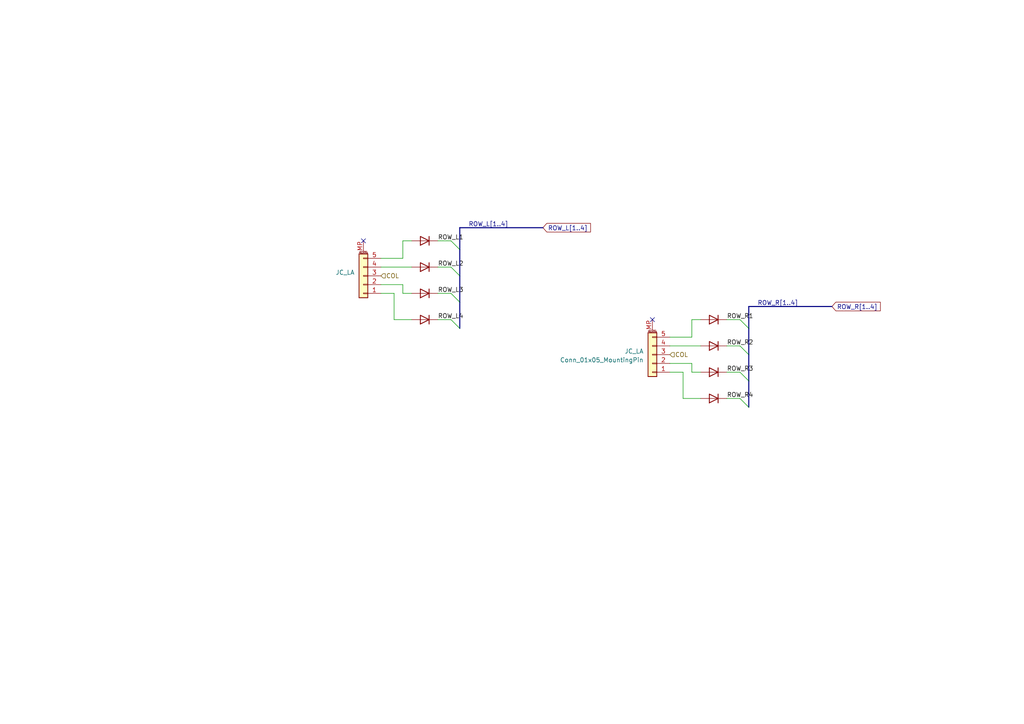
<source format=kicad_sch>
(kicad_sch (version 20230121) (generator eeschema)
  (paper "A4")
  (lib_symbols
    (symbol "Connector_Generic_MountingPin:Conn_01x05_MountingPin" (pin_names (offset 1.016) hide)
      (property "Reference" "J" (at 0 7.62 0))
      (property "Value" "Conn_01x05_MountingPin" (at 1.27 -7.62 0))
      (symbol "Conn_01x05_MountingPin_1_1"
        (rectangle (start -1.27 -4.953) (end 0 -5.207) (stroke (width 0.1524)))
        (rectangle (start -1.27 -2.413) (end 0 -2.667) (stroke (width 0.1524)))
        (rectangle (start -1.27 0.127) (end 0 -0.127) (stroke (width 0.1524)))
        (rectangle (start -1.27 2.667) (end 0 2.413) (stroke (width 0.1524)))
        (rectangle (start -1.27 5.207) (end 0 4.953) (stroke (width 0.1524)))
        (rectangle (start -1.27 6.35) (end 1.27 -6.35) (stroke (width 0.254)) (fill (type background)))
        (polyline (pts (xy -1.016 -7.112) (xy 1.016 -7.112)) (stroke (width 0.1524)))
        (text "Mounting" (at 0 -6.731 0) (effects (font (size 0.381 0.381))))
        (pin passive line (at -5.08 5.08 0) (length 3.81) (name "Pin_1") (number "1"))
        (pin passive line (at -5.08 2.54 0) (length 3.81) (name "Pin_2") (number "2"))
        (pin passive line (at -5.08 0 0) (length 3.81) (name "Pin_3") (number "3"))
        (pin passive line (at -5.08 -2.54 0) (length 3.81) (name "Pin_4") (number "4"))
        (pin passive line (at -5.08 -5.08 0) (length 3.81) (name "Pin_5") (number "5"))
        (pin passive line (at 0 -10.16 90) (length 3.048) (name "MountPin") (number "MP"))
      )
    )
    (symbol "Diode:1N4148W" (pin_numbers hide) (pin_names hide)
      (property "Reference" "D" (at 0 2.54 0))
      (property "Value" "1N4148W" (at 0 -2.54 0))
      (symbol "1N4148W_0_1"
        (polyline (pts (xy -1.27 1.27) (xy -1.27 -1.27)) (stroke (width 0.254)))
        (polyline (pts (xy 1.27 0) (xy -1.27 0)))
        (polyline (pts (xy 1.27 1.27) (xy 1.27 -1.27) (xy -1.27 0) (xy 1.27 1.27)) (stroke (width 0.254)))
      )
      (symbol "1N4148W_1_1"
        (pin passive line (at -3.81 0 0) (length 2.54) (name "K") (number "1"))
        (pin passive line (at 3.81 0 180) (length 2.54) (name "A") (number "2"))
      )
    )
  )
  (no_connect (at 189.23 92.71))
  (no_connect (at 105.41 69.85))
  (bus_entry (at 214.63 107.95) (size 2.54 2.54))
  (bus_entry (at 214.63 115.57) (size 2.54 2.54))
  (bus_entry (at 130.81 69.85) (size 2.54 2.54))
  (bus_entry (at 214.63 92.71) (size 2.54 2.54))
  (bus_entry (at 214.63 100.33) (size 2.54 2.54))
  (bus_entry (at 130.81 77.47) (size 2.54 2.54))
  (bus_entry (at 130.81 85.09) (size 2.54 2.54))
  (bus_entry (at 130.81 92.71) (size 2.54 2.54))
  (wire (pts (xy 110.49 74.93) (xy 116.84 74.93)))
  (wire (pts (xy 198.12 115.57) (xy 203.2 115.57)))
  (bus (pts (xy 133.35 66.04) (xy 157.48 66.04)))
  (wire (pts (xy 210.82 100.33) (xy 214.63 100.33)))
  (wire (pts (xy 194.31 100.33) (xy 203.2 100.33)))
  (wire (pts (xy 194.31 107.95) (xy 198.12 107.95)))
  (wire (pts (xy 210.82 115.57) (xy 214.63 115.57)))
  (wire (pts (xy 127 77.47) (xy 130.81 77.47)))
  (wire (pts (xy 116.84 74.93) (xy 116.84 69.85)))
  (wire (pts (xy 194.31 97.79) (xy 200.66 97.79)))
  (bus (pts (xy 217.17 110.49) (xy 217.17 118.11)))
  (wire (pts (xy 114.3 92.71) (xy 119.38 92.71)))
  (wire (pts (xy 198.12 107.95) (xy 198.12 115.57)))
  (bus (pts (xy 133.35 66.04) (xy 133.35 72.39)))
  (wire (pts (xy 127 92.71) (xy 130.81 92.71)))
  (wire (pts (xy 210.82 107.95) (xy 214.63 107.95)))
  (wire (pts (xy 210.82 92.71) (xy 214.63 92.71)))
  (wire (pts (xy 116.84 85.09) (xy 119.38 85.09)))
  (wire (pts (xy 116.84 69.85) (xy 119.38 69.85)))
  (wire (pts (xy 194.31 105.41) (xy 200.66 105.41)))
  (wire (pts (xy 200.66 92.71) (xy 203.2 92.71)))
  (wire (pts (xy 200.66 97.79) (xy 200.66 92.71)))
  (wire (pts (xy 116.84 82.55) (xy 116.84 85.09)))
  (wire (pts (xy 110.49 82.55) (xy 116.84 82.55)))
  (wire (pts (xy 200.66 105.41) (xy 200.66 107.95)))
  (bus (pts (xy 217.17 95.25) (xy 217.17 102.87)))
  (wire (pts (xy 127 85.09) (xy 130.81 85.09)))
  (bus (pts (xy 133.35 80.01) (xy 133.35 87.63)))
  (bus (pts (xy 133.35 87.63) (xy 133.35 95.25)))
  (bus (pts (xy 217.17 88.9) (xy 217.17 95.25)))
  (wire (pts (xy 114.3 85.09) (xy 114.3 92.71)))
  (bus (pts (xy 217.17 102.87) (xy 217.17 110.49)))
  (wire (pts (xy 127 69.85) (xy 130.81 69.85)))
  (wire (pts (xy 110.49 77.47) (xy 119.38 77.47)))
  (bus (pts (xy 217.17 88.9) (xy 241.3 88.9)))
  (wire (pts (xy 200.66 107.95) (xy 203.2 107.95)))
  (wire (pts (xy 110.49 85.09) (xy 114.3 85.09)))
  (bus (pts (xy 133.35 72.39) (xy 133.35 80.01)))
  (label "ROW_L[1..4]" (at 135.89 66.04 0))
  (label "ROW_R4" (at 210.82 115.57 0))
  (label "ROW_L2" (at 127 77.47 0))
  (label "ROW_R2" (at 210.82 100.33 0))
  (label "ROW_L3" (at 127 85.09 0))
  (label "ROW_R1" (at 210.82 92.71 0))
  (label "ROW_R3" (at 210.82 107.95 0))
  (label "ROW_L4" (at 127 92.71 0))
  (label "ROW_L1" (at 127 69.85 0))
  (label "ROW_R[1..4]" (at 219.71 88.9 0))
  (global_label "ROW_R[1..4]" (shape input) (at 241.3 88.9 0) (property "Intersheetrefs" "${INTERSHEET_REFS}" (effects hide)))
  (global_label "ROW_L[1..4]" (shape input) (at 157.48 66.04 0) (property "Intersheetrefs" "${INTERSHEET_REFS}" (effects hide)))
  (hierarchical_label "COL" (shape input) (at 194.31 102.87 0))
  (hierarchical_label "COL" (shape input) (at 110.49 80.01 0))
  (symbol (lib_id "Connector_Generic_MountingPin:Conn_01x05_MountingPin") (at 105.41 80.01 180) (unit 1)
    (property "Reference" "JC_LA" (at 102.87 79.0194 0) (effects (justify left)))
    (property "Value" "Conn_01x05_MountingPin" (effects hide))
    (property "Footprint" "Connector_FFC-FPC:TE_84952-5_1x05-1MP_P1.0mm_Horizontal" (effects hide))
    (instances (project "centerboard" (path "" (reference "JC_LA") (unit 1)) (path "" (reference "JC_L1") (unit 1)) (path "" (reference "JC_L2") (unit 1)) (path "" (reference "JC_L3") (unit 1)) (path "" (reference "JC_L4") (unit 1)) (path "" (reference "JC_L5") (unit 1)) (path "" (reference "JC_L6") (unit 1)) (path "" (reference "JC_L7") (unit 1))))
  )
  (symbol (lib_id "Diode:1N4148W") (at 207.01 115.57 180) (unit 1)
    (property "Reference" "D1" (effects hide))
    (property "Value" "1N4148W" (effects hide))
    (property "Footprint" "Diode_SMD:D_0805_2012Metric" (effects hide))
    (property "Datasheet" "https://www.vishay.com/docs/85748/1n4148w.pdf" (effects hide))
    (property "Sim.Device" "D" (effects hide))
    (property "Sim.Pins" "1=K 2=A" (effects hide))
    (instances (project "centerboard" (path "" (reference "D1") (unit 1)) (path "" (reference "D8") (unit 1)) (path "" (reference "D16") (unit 1)) (path "" (reference "D24") (unit 1)) (path "" (reference "D32") (unit 1)) (path "" (reference "D40") (unit 1)) (path "" (reference "D48") (unit 1)) (path "" (reference "D56") (unit 1))))
  )
  (symbol (lib_id "Diode:1N4148W") (at 123.19 92.71 180) (unit 1)
    (property "Reference" "D1" (effects hide))
    (property "Value" "1N4148W" (effects hide))
    (property "Footprint" "Diode_SMD:D_0805_2012Metric" (effects hide))
    (property "Datasheet" "https://www.vishay.com/docs/85748/1n4148w.pdf" (effects hide))
    (property "Sim.Device" "D" (effects hide))
    (property "Sim.Pins" "1=K 2=A" (effects hide))
    (instances (project "centerboard" (path "" (reference "D1") (unit 1)) (path "" (reference "D4") (unit 1)) (path "" (reference "D12") (unit 1)) (path "" (reference "D20") (unit 1)) (path "" (reference "D28") (unit 1)) (path "" (reference "D36") (unit 1)) (path "" (reference "D44") (unit 1)) (path "" (reference "D52") (unit 1))))
  )
  (symbol (lib_id "Diode:1N4148W") (at 207.01 100.33 180) (unit 1)
    (property "Reference" "D3" (effects hide))
    (property "Value" "1N4148W" (effects hide))
    (property "Footprint" "Diode_SMD:D_0805_2012Metric" (effects hide))
    (property "Datasheet" "https://www.vishay.com/docs/85748/1n4148w.pdf" (effects hide))
    (property "Sim.Device" "D" (effects hide))
    (property "Sim.Pins" "1=K 2=A" (effects hide))
    (instances (project "centerboard" (path "" (reference "D3") (unit 1)) (path "" (reference "D6") (unit 1)) (path "" (reference "D14") (unit 1)) (path "" (reference "D22") (unit 1)) (path "" (reference "D30") (unit 1)) (path "" (reference "D38") (unit 1)) (path "" (reference "D46") (unit 1)) (path "" (reference "D54") (unit 1))))
  )
  (symbol (lib_id "Diode:1N4148W") (at 123.19 69.85 180) (unit 1)
    (property "Reference" "D4" (effects hide))
    (property "Value" "1N4148W" (effects hide))
    (property "Footprint" "Diode_SMD:D_0805_2012Metric" (effects hide))
    (property "Datasheet" "https://www.vishay.com/docs/85748/1n4148w.pdf" (effects hide))
    (property "Sim.Device" "D" (effects hide))
    (property "Sim.Pins" "1=K 2=A" (effects hide))
    (instances (project "centerboard" (path "" (reference "D4") (unit 1)) (path "" (reference "D1") (unit 1)) (path "" (reference "D9") (unit 1)) (path "" (reference "D17") (unit 1)) (path "" (reference "D25") (unit 1)) (path "" (reference "D33") (unit 1)) (path "" (reference "D41") (unit 1)) (path "" (reference "D49") (unit 1))))
  )
  (symbol (lib_id "Diode:1N4148W") (at 123.19 77.47 180) (unit 1)
    (property "Reference" "D3" (effects hide))
    (property "Value" "1N4148W" (effects hide))
    (property "Footprint" "Diode_SMD:D_0805_2012Metric" (effects hide))
    (property "Datasheet" "https://www.vishay.com/docs/85748/1n4148w.pdf" (effects hide))
    (property "Sim.Device" "D" (effects hide))
    (property "Sim.Pins" "1=K 2=A" (effects hide))
    (instances (project "centerboard" (path "" (reference "D3") (unit 1)) (path "" (reference "D2") (unit 1)) (path "" (reference "D10") (unit 1)) (path "" (reference "D18") (unit 1)) (path "" (reference "D26") (unit 1)) (path "" (reference "D34") (unit 1)) (path "" (reference "D42") (unit 1)) (path "" (reference "D50") (unit 1))))
  )
  (symbol (lib_id "Connector_Generic_MountingPin:Conn_01x05_MountingPin") (at 189.23 102.87 180) (unit 1)
    (property "Reference" "JC_LA" (at 186.69 101.8794 0) (effects (justify left)))
    (property "Value" "Conn_01x05_MountingPin" (at 186.69 104.4194 0) (effects (justify left)))
    (property "Footprint" "Connector_FFC-FPC:TE_84952-5_1x05-1MP_P1.0mm_Horizontal" (effects hide))
    (instances (project "centerboard" (path "" (reference "JC_LA") (unit 1)) (path "" (reference "JC_R1") (unit 1)) (path "" (reference "JC_R2") (unit 1)) (path "" (reference "JC_R3") (unit 1)) (path "" (reference "JC_R4") (unit 1)) (path "" (reference "JC_R5") (unit 1)) (path "" (reference "JC_R6") (unit 1)) (path "" (reference "JC_R7") (unit 1))))
  )
  (symbol (lib_id "Diode:1N4148W") (at 207.01 107.95 180) (unit 1)
    (property "Reference" "D2" (effects hide))
    (property "Value" "1N4148W" (effects hide))
    (property "Footprint" "Diode_SMD:D_0805_2012Metric" (effects hide))
    (property "Datasheet" "https://www.vishay.com/docs/85748/1n4148w.pdf" (effects hide))
    (property "Sim.Device" "D" (effects hide))
    (property "Sim.Pins" "1=K 2=A" (effects hide))
    (instances (project "centerboard" (path "" (reference "D2") (unit 1)) (path "" (reference "D7") (unit 1)) (path "" (reference "D15") (unit 1)) (path "" (reference "D23") (unit 1)) (path "" (reference "D31") (unit 1)) (path "" (reference "D39") (unit 1)) (path "" (reference "D47") (unit 1)) (path "" (reference "D55") (unit 1))))
  )
  (symbol (lib_id "Diode:1N4148W") (at 123.19 85.09 180) (unit 1)
    (property "Reference" "D2" (effects hide))
    (property "Value" "1N4148W" (effects hide))
    (property "Footprint" "Diode_SMD:D_0805_2012Metric" (effects hide))
    (property "Datasheet" "https://www.vishay.com/docs/85748/1n4148w.pdf" (effects hide))
    (property "Sim.Device" "D" (effects hide))
    (property "Sim.Pins" "1=K 2=A" (effects hide))
    (instances (project "centerboard" (path "" (reference "D2") (unit 1)) (path "" (reference "D3") (unit 1)) (path "" (reference "D11") (unit 1)) (path "" (reference "D19") (unit 1)) (path "" (reference "D27") (unit 1)) (path "" (reference "D35") (unit 1)) (path "" (reference "D43") (unit 1)) (path "" (reference "D51") (unit 1))))
  )
  (symbol (lib_id "Diode:1N4148W") (at 207.01 92.71 180) (unit 1)
    (property "Reference" "D4" (effects hide))
    (property "Value" "1N4148W" (effects hide))
    (property "Footprint" "Diode_SMD:D_0805_2012Metric" (effects hide))
    (property "Datasheet" "https://www.vishay.com/docs/85748/1n4148w.pdf" (effects hide))
    (property "Sim.Device" "D" (effects hide))
    (property "Sim.Pins" "1=K 2=A" (effects hide))
    (instances (project "centerboard" (path "" (reference "D4") (unit 1)) (path "" (reference "D5") (unit 1)) (path "" (reference "D13") (unit 1)) (path "" (reference "D21") (unit 1)) (path "" (reference "D29") (unit 1)) (path "" (reference "D37") (unit 1)) (path "" (reference "D45") (unit 1)) (path "" (reference "D53") (unit 1))))
  )
)
</source>
